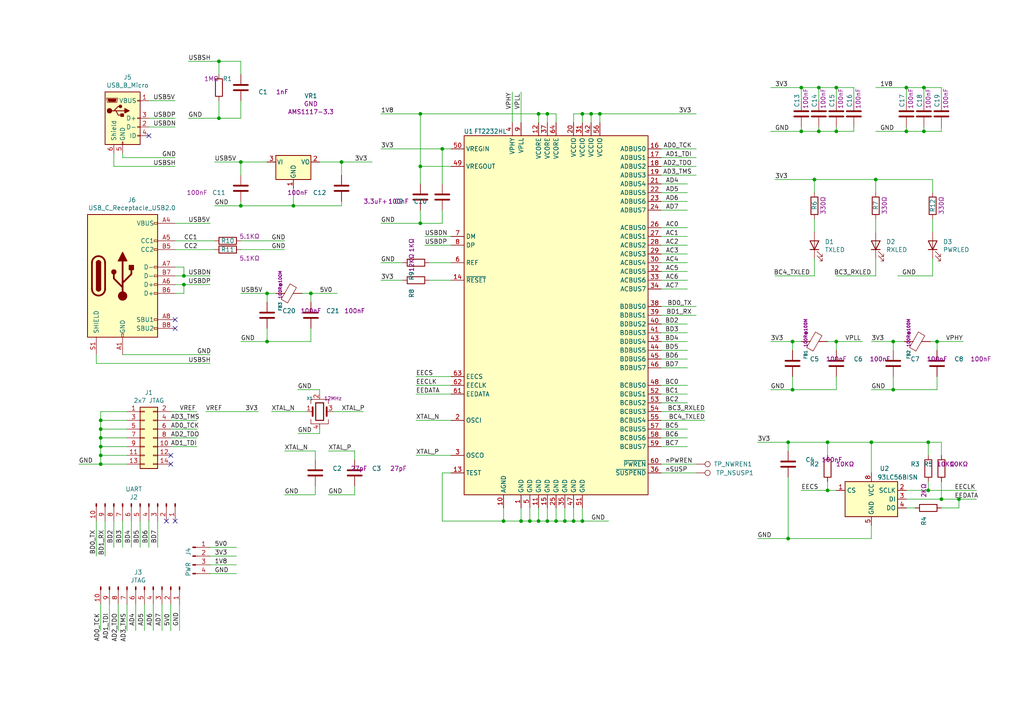
<source format=kicad_sch>
(kicad_sch (version 20220622) (generator eeschema)
  (paper "A4")
  (junction (at 242.57 38.1))
  (junction (at 77.47 99.06))
  (junction (at 158.75 151.13))
  (junction (at 69.85 59.69))
  (junction (at 63.5 34.29))
  (junction (at 69.85 46.99))
  (junction (at 121.92 48.26))
  (junction (at 85.09 59.69))
  (junction (at 242.57 99.06))
  (junction (at 237.49 25.4))
  (junction (at 168.91 33.02))
  (junction (at 229.87 113.03))
  (junction (at 259.08 99.06))
  (junction (at 63.5 17.78))
  (junction (at 229.87 99.06))
  (junction (at 29.21 134.62))
  (junction (at 267.97 25.4))
  (junction (at 228.6 128.27))
  (junction (at 29.21 132.08))
  (junction (at 90.17 85.09))
  (junction (at 166.37 151.13))
  (junction (at 240.03 142.24))
  (junction (at 273.05 144.78))
  (junction (at 232.41 38.1))
  (junction (at 254 52.07))
  (junction (at 163.83 151.13))
  (junction (at 121.92 33.02))
  (junction (at 271.78 99.06))
  (junction (at 252.73 128.27))
  (junction (at 232.41 25.4))
  (junction (at 262.89 25.4))
  (junction (at 171.45 33.02))
  (junction (at 240.03 128.27))
  (junction (at 269.24 128.27))
  (junction (at 158.75 33.02))
  (junction (at 151.13 151.13))
  (junction (at 29.21 121.92))
  (junction (at 267.97 38.1))
  (junction (at 173.99 33.02))
  (junction (at 128.27 43.18))
  (junction (at 53.34 80.01))
  (junction (at 236.22 52.07))
  (junction (at 29.21 127))
  (junction (at 146.05 151.13))
  (junction (at 53.34 82.55))
  (junction (at 242.57 25.4))
  (junction (at 29.21 129.54))
  (junction (at 29.21 124.46))
  (junction (at 278.13 144.78))
  (junction (at 153.67 151.13))
  (junction (at 237.49 38.1))
  (junction (at 156.21 151.13))
  (junction (at 168.91 151.13))
  (junction (at 156.21 33.02))
  (junction (at 99.06 46.99))
  (junction (at 228.6 156.21))
  (junction (at 269.24 142.24))
  (junction (at 262.89 38.1))
  (junction (at 259.08 113.03))
  (junction (at 161.29 151.13))
  (junction (at 121.92 64.77))
  (junction (at 77.47 85.09))
  (no_connect (at 50.8 92.71))
  (no_connect (at 50.8 95.25))
  (no_connect (at 49.53 132.08))
  (no_connect (at 49.53 134.62))
  (no_connect (at 43.18 39.37))
  (no_connect (at 48.26 151.13))
  (no_connect (at 50.8 151.13))
  (wire (pts (xy 158.75 151.13) (xy 156.21 151.13)))
  (wire (pts (xy 54.61 34.29) (xy 63.5 34.29)))
  (wire (pts (xy 199.39 58.42) (xy 191.77 58.42)))
  (wire (pts (xy 199.39 104.14) (xy 191.77 104.14)))
  (wire (pts (xy 247.65 38.1) (xy 247.65 36.83)))
  (wire (pts (xy 35.56 44.45) (xy 35.56 45.72)))
  (wire (pts (xy 49.53 124.46) (xy 57.15 124.46)))
  (wire (pts (xy 259.08 101.6) (xy 259.08 99.06)))
  (wire (pts (xy 121.92 48.26) (xy 121.92 33.02)))
  (wire (pts (xy 191.77 111.76) (xy 199.39 111.76)))
  (wire (pts (xy 45.72 151.13) (xy 45.72 158.75)))
  (wire (pts (xy 269.24 142.24) (xy 283.21 142.24)))
  (wire (pts (xy 191.77 48.26) (xy 201.93 48.26)))
  (wire (pts (xy 199.39 106.68) (xy 191.77 106.68)))
  (wire (pts (xy 252.73 152.4) (xy 252.73 156.21)))
  (wire (pts (xy 191.77 45.72) (xy 201.93 45.72)))
  (wire (pts (xy 36.83 127) (xy 29.21 127)))
  (wire (pts (xy 29.21 132.08) (xy 29.21 134.62)))
  (wire (pts (xy 130.81 68.58) (xy 123.19 68.58)))
  (wire (pts (xy 199.39 55.88) (xy 191.77 55.88)))
  (wire (pts (xy 259.08 113.03) (xy 271.78 113.03)))
  (wire (pts (xy 173.99 35.56) (xy 173.99 33.02)))
  (wire (pts (xy 110.49 64.77) (xy 121.92 64.77)))
  (wire (pts (xy 90.17 99.06) (xy 90.17 95.25)))
  (wire (pts (xy 69.85 85.09) (xy 77.47 85.09)))
  (wire (pts (xy 199.39 116.84) (xy 191.77 116.84)))
  (wire (pts (xy 259.08 113.03) (xy 259.08 109.22)))
  (wire (pts (xy 236.22 80.01) (xy 224.79 80.01)))
  (wire (pts (xy 156.21 147.32) (xy 156.21 151.13)))
  (wire (pts (xy 199.39 93.98) (xy 191.77 93.98)))
  (wire (pts (xy 63.5 17.78) (xy 69.85 17.78)))
  (wire (pts (xy 273.05 25.4) (xy 267.97 25.4)))
  (wire (pts (xy 229.87 113.03) (xy 242.57 113.03)))
  (wire (pts (xy 69.85 69.85) (xy 82.55 69.85)))
  (wire (pts (xy 33.02 151.13) (xy 33.02 158.75)))
  (wire (pts (xy 273.05 29.21) (xy 273.05 25.4)))
  (wire (pts (xy 219.71 156.21) (xy 228.6 156.21)))
  (wire (pts (xy 130.81 48.26) (xy 121.92 48.26)))
  (wire (pts (xy 199.39 68.58) (xy 191.77 68.58)))
  (wire (pts (xy 254 52.07) (xy 270.51 52.07)))
  (wire (pts (xy 199.39 60.96) (xy 191.77 60.96)))
  (wire (pts (xy 236.22 63.5) (xy 236.22 67.31)))
  (wire (pts (xy 63.5 34.29) (xy 69.85 34.29)))
  (wire (pts (xy 228.6 128.27) (xy 240.03 128.27)))
  (wire (pts (xy 43.18 29.21) (xy 50.8 29.21)))
  (wire (pts (xy 228.6 156.21) (xy 252.73 156.21)))
  (wire (pts (xy 90.17 87.63) (xy 90.17 85.09)))
  (wire (pts (xy 156.21 33.02) (xy 156.21 35.56)))
  (wire (pts (xy 236.22 74.93) (xy 236.22 80.01)))
  (wire (pts (xy 191.77 91.44) (xy 201.93 91.44)))
  (wire (pts (xy 166.37 33.02) (xy 168.91 33.02)))
  (wire (pts (xy 85.09 59.69) (xy 99.06 59.69)))
  (wire (pts (xy 50.8 77.47) (xy 53.34 77.47)))
  (wire (pts (xy 156.21 33.02) (xy 121.92 33.02)))
  (wire (pts (xy 262.89 144.78) (xy 273.05 144.78)))
  (wire (pts (xy 62.23 59.69) (xy 69.85 59.69)))
  (wire (pts (xy 262.89 142.24) (xy 269.24 142.24)))
  (wire (pts (xy 29.21 121.92) (xy 29.21 124.46)))
  (wire (pts (xy 166.37 35.56) (xy 166.37 33.02)))
  (wire (pts (xy 242.57 99.06) (xy 250.19 99.06)))
  (wire (pts (xy 110.49 81.28) (xy 116.84 81.28)))
  (wire (pts (xy 69.85 34.29) (xy 69.85 29.21)))
  (wire (pts (xy 153.67 151.13) (xy 151.13 151.13)))
  (wire (pts (xy 156.21 151.13) (xy 153.67 151.13)))
  (wire (pts (xy 50.8 69.85) (xy 62.23 69.85)))
  (wire (pts (xy 242.57 101.6) (xy 242.57 99.06)))
  (wire (pts (xy 151.13 147.32) (xy 151.13 151.13)))
  (wire (pts (xy 269.24 139.7) (xy 269.24 142.24)))
  (wire (pts (xy 161.29 35.56) (xy 161.29 33.02)))
  (wire (pts (xy 38.1 151.13) (xy 38.1 158.75)))
  (wire (pts (xy 252.73 128.27) (xy 252.73 137.16)))
  (wire (pts (xy 53.34 82.55) (xy 60.96 82.55)))
  (wire (pts (xy 229.87 99.06) (xy 232.41 99.06)))
  (wire (pts (xy 228.6 138.43) (xy 228.6 156.21)))
  (wire (pts (xy 191.77 114.3) (xy 199.39 114.3)))
  (wire (pts (xy 95.25 130.81) (xy 102.87 130.81)))
  (wire (pts (xy 99.06 46.99) (xy 107.95 46.99)))
  (wire (pts (xy 171.45 33.02) (xy 173.99 33.02)))
  (wire (pts (xy 262.89 25.4) (xy 262.89 29.21)))
  (wire (pts (xy 273.05 38.1) (xy 273.05 36.83)))
  (wire (pts (xy 278.13 147.32) (xy 278.13 144.78)))
  (wire (pts (xy 63.5 17.78) (xy 63.5 21.59)))
  (wire (pts (xy 49.53 129.54) (xy 57.15 129.54)))
  (wire (pts (xy 240.03 99.06) (xy 242.57 99.06)))
  (wire (pts (xy 110.49 43.18) (xy 128.27 43.18)))
  (wire (pts (xy 36.83 124.46) (xy 29.21 124.46)))
  (wire (pts (xy 49.53 127) (xy 57.15 127)))
  (wire (pts (xy 36.83 175.26) (xy 36.83 182.88)))
  (wire (pts (xy 158.75 147.32) (xy 158.75 151.13)))
  (wire (pts (xy 82.55 143.51) (xy 91.44 143.51)))
  (wire (pts (xy 50.8 85.09) (xy 53.34 85.09)))
  (wire (pts (xy 130.81 43.18) (xy 128.27 43.18)))
  (wire (pts (xy 269.24 128.27) (xy 273.05 128.27)))
  (wire (pts (xy 273.05 139.7) (xy 273.05 144.78)))
  (wire (pts (xy 87.63 85.09) (xy 90.17 85.09)))
  (wire (pts (xy 242.57 80.01) (xy 254 80.01)))
  (wire (pts (xy 53.34 82.55) (xy 50.8 82.55)))
  (wire (pts (xy 35.56 45.72) (xy 50.8 45.72)))
  (wire (pts (xy 237.49 38.1) (xy 242.57 38.1)))
  (wire (pts (xy 271.78 101.6) (xy 271.78 99.06)))
  (wire (pts (xy 53.34 77.47) (xy 53.34 80.01)))
  (wire (pts (xy 260.35 80.01) (xy 270.51 80.01)))
  (wire (pts (xy 53.34 80.01) (xy 60.96 80.01)))
  (wire (pts (xy 199.39 99.06) (xy 191.77 99.06)))
  (wire (pts (xy 60.96 158.75) (xy 68.58 158.75)))
  (wire (pts (xy 46.99 175.26) (xy 46.99 182.88)))
  (wire (pts (xy 43.18 151.13) (xy 43.18 158.75)))
  (wire (pts (xy 240.03 142.24) (xy 232.41 142.24)))
  (wire (pts (xy 171.45 35.56) (xy 171.45 33.02)))
  (wire (pts (xy 95.25 143.51) (xy 102.87 143.51)))
  (wire (pts (xy 273.05 144.78) (xy 278.13 144.78)))
  (wire (pts (xy 252.73 99.06) (xy 259.08 99.06)))
  (wire (pts (xy 29.21 127) (xy 29.21 129.54)))
  (wire (pts (xy 232.41 38.1) (xy 237.49 38.1)))
  (wire (pts (xy 33.02 48.26) (xy 50.8 48.26)))
  (wire (pts (xy 29.21 124.46) (xy 29.21 127)))
  (wire (pts (xy 237.49 38.1) (xy 237.49 36.83)))
  (wire (pts (xy 219.71 128.27) (xy 228.6 128.27)))
  (wire (pts (xy 252.73 113.03) (xy 259.08 113.03)))
  (wire (pts (xy 29.21 121.92) (xy 29.21 119.38)))
  (wire (pts (xy 228.6 130.81) (xy 228.6 128.27)))
  (wire (pts (xy 254 38.1) (xy 262.89 38.1)))
  (wire (pts (xy 128.27 60.96) (xy 128.27 64.77)))
  (wire (pts (xy 240.03 128.27) (xy 252.73 128.27)))
  (wire (pts (xy 161.29 33.02) (xy 158.75 33.02)))
  (wire (pts (xy 34.29 175.26) (xy 34.29 182.88)))
  (wire (pts (xy 199.39 71.12) (xy 191.77 71.12)))
  (wire (pts (xy 99.06 59.69) (xy 99.06 58.42)))
  (wire (pts (xy 191.77 66.04) (xy 199.39 66.04)))
  (wire (pts (xy 22.86 134.62) (xy 29.21 134.62)))
  (wire (pts (xy 29.21 175.26) (xy 29.21 182.88)))
  (wire (pts (xy 69.85 99.06) (xy 77.47 99.06)))
  (wire (pts (xy 96.52 119.38) (xy 105.41 119.38)))
  (wire (pts (xy 60.96 166.37) (xy 68.58 166.37)))
  (wire (pts (xy 60.96 163.83) (xy 68.58 163.83)))
  (wire (pts (xy 236.22 52.07) (xy 236.22 55.88)))
  (wire (pts (xy 229.87 101.6) (xy 229.87 99.06)))
  (wire (pts (xy 49.53 119.38) (xy 57.15 119.38)))
  (wire (pts (xy 254 63.5) (xy 254 67.31)))
  (wire (pts (xy 224.79 52.07) (xy 236.22 52.07)))
  (wire (pts (xy 168.91 35.56) (xy 168.91 33.02)))
  (wire (pts (xy 36.83 119.38) (xy 29.21 119.38)))
  (wire (pts (xy 77.47 85.09) (xy 80.01 85.09)))
  (wire (pts (xy 236.22 52.07) (xy 254 52.07)))
  (wire (pts (xy 121.92 60.96) (xy 121.92 64.77)))
  (wire (pts (xy 267.97 38.1) (xy 273.05 38.1)))
  (wire (pts (xy 199.39 83.82) (xy 191.77 83.82)))
  (wire (pts (xy 36.83 121.92) (xy 29.21 121.92)))
  (wire (pts (xy 27.94 105.41) (xy 60.96 105.41)))
  (wire (pts (xy 69.85 72.39) (xy 82.55 72.39)))
  (wire (pts (xy 271.78 113.03) (xy 271.78 109.22)))
  (wire (pts (xy 110.49 76.2) (xy 116.84 76.2)))
  (wire (pts (xy 88.9 119.38) (xy 78.74 119.38)))
  (wire (pts (xy 92.71 114.3) (xy 92.71 113.03)))
  (wire (pts (xy 168.91 151.13) (xy 166.37 151.13)))
  (wire (pts (xy 199.39 81.28) (xy 191.77 81.28)))
  (wire (pts (xy 232.41 25.4) (xy 232.41 29.21)))
  (wire (pts (xy 267.97 29.21) (xy 267.97 25.4)))
  (wire (pts (xy 92.71 125.73) (xy 86.36 125.73)))
  (wire (pts (xy 199.39 129.54) (xy 191.77 129.54)))
  (wire (pts (xy 270.51 52.07) (xy 270.51 55.88)))
  (wire (pts (xy 166.37 151.13) (xy 163.83 151.13)))
  (wire (pts (xy 124.46 81.28) (xy 130.81 81.28)))
  (wire (pts (xy 242.57 29.21) (xy 242.57 25.4)))
  (wire (pts (xy 232.41 25.4) (xy 223.52 25.4)))
  (wire (pts (xy 50.8 64.77) (xy 60.96 64.77)))
  (wire (pts (xy 199.39 127) (xy 191.77 127)))
  (wire (pts (xy 30.48 151.13) (xy 30.48 161.29)))
  (wire (pts (xy 223.52 113.03) (xy 229.87 113.03)))
  (wire (pts (xy 269.875 99.06) (xy 271.78 99.06)))
  (wire (pts (xy 130.81 71.12) (xy 123.19 71.12)))
  (wire (pts (xy 270.51 63.5) (xy 270.51 67.31)))
  (wire (pts (xy 92.71 124.46) (xy 92.71 125.73)))
  (wire (pts (xy 254 52.07) (xy 254 55.88)))
  (wire (pts (xy 92.71 113.03) (xy 86.36 113.03)))
  (wire (pts (xy 120.65 109.22) (xy 130.81 109.22)))
  (wire (pts (xy 271.78 99.06) (xy 279.4 99.06)))
  (wire (pts (xy 151.13 26.67) (xy 151.13 35.56)))
  (wire (pts (xy 39.37 175.26) (xy 39.37 182.88)))
  (wire (pts (xy 128.27 151.13) (xy 146.05 151.13)))
  (wire (pts (xy 128.27 43.18) (xy 128.27 53.34)))
  (wire (pts (xy 102.87 143.51) (xy 102.87 140.97)))
  (wire (pts (xy 35.56 102.87) (xy 60.96 102.87)))
  (wire (pts (xy 278.13 144.78) (xy 283.21 144.78)))
  (wire (pts (xy 199.39 124.46) (xy 191.77 124.46)))
  (wire (pts (xy 240.03 139.7) (xy 240.03 142.24)))
  (wire (pts (xy 262.89 147.32) (xy 265.43 147.32)))
  (wire (pts (xy 130.81 137.16) (xy 128.27 137.16)))
  (wire (pts (xy 163.83 151.13) (xy 161.29 151.13)))
  (wire (pts (xy 262.89 38.1) (xy 262.89 36.83)))
  (wire (pts (xy 262.89 25.4) (xy 254 25.4)))
  (wire (pts (xy 29.21 129.54) (xy 29.21 132.08)))
  (wire (pts (xy 254 74.93) (xy 254 80.01)))
  (wire (pts (xy 229.87 113.03) (xy 229.87 109.22)))
  (wire (pts (xy 85.09 59.69) (xy 69.85 59.69)))
  (wire (pts (xy 146.05 151.13) (xy 151.13 151.13)))
  (wire (pts (xy 99.06 50.8) (xy 99.06 46.99)))
  (wire (pts (xy 60.96 161.29) (xy 68.58 161.29)))
  (wire (pts (xy 69.85 17.78) (xy 69.85 21.59)))
  (wire (pts (xy 91.44 130.81) (xy 91.44 133.35)))
  (wire (pts (xy 35.56 151.13) (xy 35.56 158.75)))
  (wire (pts (xy 267.97 25.4) (xy 262.89 25.4)))
  (wire (pts (xy 163.83 147.32) (xy 163.83 151.13)))
  (wire (pts (xy 92.71 46.99) (xy 99.06 46.99)))
  (wire (pts (xy 242.57 25.4) (xy 237.49 25.4)))
  (wire (pts (xy 31.75 175.26) (xy 31.75 182.88)))
  (wire (pts (xy 199.39 101.6) (xy 191.77 101.6)))
  (wire (pts (xy 120.65 114.3) (xy 130.81 114.3)))
  (wire (pts (xy 173.99 33.02) (xy 201.93 33.02)))
  (wire (pts (xy 44.45 175.26) (xy 44.45 182.88)))
  (wire (pts (xy 242.57 38.1) (xy 247.65 38.1)))
  (wire (pts (xy 247.65 29.21) (xy 247.65 25.4)))
  (wire (pts (xy 77.47 99.06) (xy 77.47 95.25)))
  (wire (pts (xy 273.05 147.32) (xy 278.13 147.32)))
  (wire (pts (xy 158.75 33.02) (xy 156.21 33.02)))
  (wire (pts (xy 52.07 175.26) (xy 52.07 182.88)))
  (wire (pts (xy 237.49 29.21) (xy 237.49 25.4)))
  (wire (pts (xy 259.08 99.06) (xy 262.255 99.06)))
  (wire (pts (xy 69.85 50.8) (xy 69.85 46.99)))
  (wire (pts (xy 69.85 58.42) (xy 69.85 59.69)))
  (wire (pts (xy 91.44 140.97) (xy 91.44 143.51)))
  (wire (pts (xy 191.77 134.62) (xy 201.93 134.62)))
  (wire (pts (xy 121.92 33.02) (xy 110.49 33.02)))
  (wire (pts (xy 158.75 35.56) (xy 158.75 33.02)))
  (wire (pts (xy 168.91 33.02) (xy 171.45 33.02)))
  (wire (pts (xy 59.69 119.38) (xy 74.93 119.38)))
  (wire (pts (xy 121.92 53.34) (xy 121.92 48.26)))
  (wire (pts (xy 146.05 147.32) (xy 146.05 151.13)))
  (wire (pts (xy 33.02 44.45) (xy 33.02 48.26)))
  (wire (pts (xy 242.57 38.1) (xy 242.57 36.83)))
  (wire (pts (xy 191.77 121.92) (xy 204.47 121.92)))
  (wire (pts (xy 53.34 80.01) (xy 50.8 80.01)))
  (wire (pts (xy 120.65 121.92) (xy 130.81 121.92)))
  (wire (pts (xy 62.23 46.99) (xy 69.85 46.99)))
  (wire (pts (xy 161.29 147.32) (xy 161.29 151.13)))
  (wire (pts (xy 191.77 119.38) (xy 204.47 119.38)))
  (wire (pts (xy 153.67 147.32) (xy 153.67 151.13)))
  (wire (pts (xy 199.39 73.66) (xy 191.77 73.66)))
  (wire (pts (xy 49.53 175.26) (xy 49.53 182.88)))
  (wire (pts (xy 270.51 74.93) (xy 270.51 80.01)))
  (wire (pts (xy 43.18 34.29) (xy 50.8 34.29)))
  (wire (pts (xy 242.57 113.03) (xy 242.57 109.22)))
  (wire (pts (xy 27.94 151.13) (xy 27.94 161.29)))
  (wire (pts (xy 124.46 76.2) (xy 130.81 76.2)))
  (wire (pts (xy 223.52 38.1) (xy 232.41 38.1)))
  (wire (pts (xy 54.61 17.78) (xy 63.5 17.78)))
  (wire (pts (xy 191.77 137.16) (xy 201.93 137.16)))
  (wire (pts (xy 77.47 87.63) (xy 77.47 85.09)))
  (wire (pts (xy 102.87 130.81) (xy 102.87 133.35)))
  (wire (pts (xy 199.39 96.52) (xy 191.77 96.52)))
  (wire (pts (xy 240.03 132.08) (xy 240.03 128.27)))
  (wire (pts (xy 269.24 132.08) (xy 269.24 128.27)))
  (wire (pts (xy 247.65 25.4) (xy 242.57 25.4)))
  (wire (pts (xy 262.89 38.1) (xy 267.97 38.1)))
  (wire (pts (xy 161.29 151.13) (xy 158.75 151.13)))
  (wire (pts (xy 148.59 26.67) (xy 148.59 35.56)))
  (wire (pts (xy 40.64 151.13) (xy 40.64 158.75)))
  (wire (pts (xy 199.39 76.2) (xy 191.77 76.2)))
  (wire (pts (xy 223.52 99.06) (xy 229.87 99.06)))
  (wire (pts (xy 82.55 130.81) (xy 91.44 130.81)))
  (wire (pts (xy 90.17 85.09) (xy 97.79 85.09)))
  (wire (pts (xy 267.97 38.1) (xy 267.97 36.83)))
  (wire (pts (xy 232.41 38.1) (xy 232.41 36.83)))
  (wire (pts (xy 128.27 137.16) (xy 128.27 151.13)))
  (wire (pts (xy 191.77 50.8) (xy 201.93 50.8)))
  (wire (pts (xy 199.39 78.74) (xy 191.77 78.74)))
  (wire (pts (xy 77.47 99.06) (xy 90.17 99.06)))
  (wire (pts (xy 50.8 72.39) (xy 62.23 72.39)))
  (wire (pts (xy 27.94 102.87) (xy 27.94 105.41)))
  (wire (pts (xy 120.65 132.08) (xy 130.81 132.08)))
  (wire (pts (xy 69.85 46.99) (xy 77.47 46.99)))
  (wire (pts (xy 168.91 151.13) (xy 176.53 151.13)))
  (wire (pts (xy 242.57 142.24) (xy 240.03 142.24)))
  (wire (pts (xy 41.91 175.26) (xy 41.91 182.88)))
  (wire (pts (xy 49.53 121.92) (xy 57.15 121.92)))
  (wire (pts (xy 85.09 54.61) (xy 85.09 59.69)))
  (wire (pts (xy 36.83 134.62) (xy 29.21 134.62)))
  (wire (pts (xy 43.18 36.83) (xy 50.8 36.83)))
  (wire (pts (xy 121.92 64.77) (xy 128.27 64.77)))
  (wire (pts (xy 252.73 128.27) (xy 269.24 128.27)))
  (wire (pts (xy 63.5 29.21) (xy 63.5 34.29)))
  (wire (pts (xy 168.91 147.32) (xy 168.91 151.13)))
  (wire (pts (xy 53.34 85.09) (xy 53.34 82.55)))
  (wire (pts (xy 120.65 111.76) (xy 130.81 111.76)))
  (wire (pts (xy 36.83 132.08) (xy 29.21 132.08)))
  (wire (pts (xy 273.05 128.27) (xy 273.05 132.08)))
  (wire (pts (xy 199.39 53.34) (xy 191.77 53.34)))
  (wire (pts (xy 191.77 43.18) (xy 201.93 43.18)))
  (wire (pts (xy 36.83 129.54) (xy 29.21 129.54)))
  (wire (pts (xy 191.77 88.9) (xy 201.93 88.9)))
  (wire (pts (xy 237.49 25.4) (xy 232.41 25.4)))
  (wire (pts (xy 166.37 147.32) (xy 166.37 151.13)))
  (label "BD3" (at 196.85 96.52 180))
  (label "USBSH" (at 44.45 48.26 0))
  (label "USB5V" (at 54.61 64.77 0))
  (label "3V3" (at 196.85 33.02 0))
  (label "AD0_TCK" (at 200.66 43.18 180))
  (label "USBDP" (at 54.61 82.55 0))
  (label "GND" (at 171.45 151.13 0))
  (label "EECS" (at 120.65 109.22 0))
  (label "USBDP" (at 123.19 71.12 0))
  (label "USBDN" (at 123.19 68.58 0))
  (label "BD0_TX" (at 200.66 88.9 180))
  (label "nPWREN" (at 193.04 134.62 0))
  (label "GND" (at 86.36 113.03 0))
  (label "GND" (at 62.23 166.37 0))
  (label "USBDP" (at 44.45 34.29 0))
  (label "GND" (at 54.61 34.29 0))
  (label "GND" (at 62.23 59.69 0))
  (label "VPLL" (at 151.13 31.75 90))
  (label "3V3" (at 252.73 99.06 0))
  (label "GND" (at 52.07 181.61 90))
  (label "BD4" (at 38.1 153.67 270))
  (label "GND" (at 22.86 134.62 0))
  (label "GND" (at 82.55 143.51 0))
  (label "3V3" (at 102.87 46.99 0))
  (label "5V0" (at 62.23 158.75 0))
  (label "BC6" (at 196.85 127 180))
  (label "USB5V" (at 69.85 85.09 0))
  (label "3V3" (at 110.49 81.28 0))
  (label "GND" (at 69.85 99.06 0))
  (label "EEDATA" (at 120.65 114.3 0))
  (label "AD7" (at 196.85 60.96 180))
  (label "BD5" (at 40.64 153.67 270))
  (label "VREF" (at 52.07 119.38 0))
  (label "BC2" (at 196.85 116.84 180))
  (label "BD4" (at 196.85 99.06 180))
  (label "GND" (at 78.74 72.39 0))
  (label "XTAL_N" (at 82.55 130.81 0))
  (label "GND" (at 219.71 156.21 0))
  (label "CC2" (at 53.34 72.39 0))
  (label "XTAL_N" (at 78.74 119.38 0))
  (label "BD1_RX" (at 200.66 91.44 180))
  (label "AD3_TMS" (at 36.83 177.8 270))
  (label "AC6" (at 196.85 81.28 180))
  (label "nSUSP" (at 193.04 137.16 0))
  (label "1V8" (at 255.27 25.4 0))
  (label "USB5V" (at 44.45 29.21 0))
  (label "VPHY" (at 148.59 31.75 90))
  (label "AD5" (at 196.85 55.88 180))
  (label "BD7" (at 45.72 153.67 270))
  (label "BD2" (at 33.02 153.67 270))
  (label "5V0" (at 92.71 85.09 0))
  (label "AD4" (at 39.37 177.8 270))
  (label "GND" (at 46.99 45.72 0))
  (label "3V3" (at 224.79 52.07 0))
  (label "USBSH" (at 54.61 105.41 0))
  (label "BC7" (at 196.85 129.54 180))
  (label "AD1_TDI" (at 49.53 129.54 0))
  (label "BD7" (at 196.85 106.68 180))
  (label "GND" (at 95.25 143.51 0))
  (label "1V8" (at 62.23 163.83 0))
  (label "3V3" (at 110.49 43.18 0))
  (label "3V3" (at 62.23 161.29 0))
  (label "AC4" (at 196.85 76.2 180))
  (label "AD2_TDO" (at 49.53 127 0))
  (label "GND" (at 110.49 64.77 0))
  (label "GND" (at 261.62 80.01 0))
  (label "AC5" (at 196.85 78.74 180))
  (label "AD6" (at 196.85 58.42 180))
  (label "XTAL_P" (at 99.06 119.38 0))
  (label "XTAL_N" (at 120.65 121.92 0))
  (label "GND" (at 86.36 125.73 0))
  (label "VREF" (at 59.69 119.38 0))
  (label "GND" (at 223.52 113.03 0))
  (label "AD1_TDI" (at 31.75 177.8 270))
  (label "3V3" (at 71.12 119.38 0))
  (label "USBDN" (at 44.45 36.83 0))
  (label "BD6" (at 43.18 153.67 270))
  (label "3V3" (at 224.79 25.4 0))
  (label "GND" (at 110.49 76.2 0))
  (label "BC0" (at 196.85 111.76 180))
  (label "GND" (at 57.15 102.87 0))
  (label "BC4_TXLED" (at 234.95 80.01 180))
  (label "USBSH" (at 54.61 17.78 0))
  (label "1V8" (at 110.49 33.02 0))
  (label "AC2" (at 196.85 71.12 180))
  (label "AD4" (at 196.85 53.34 180))
  (label "BC3_RXLED" (at 204.47 119.38 180))
  (label "AC7" (at 196.85 83.82 180))
  (label "5V0" (at 49.53 181.61 90))
  (label "AD3_TMS" (at 49.53 121.92 0))
  (label "CC1" (at 53.34 69.85 0))
  (label "AC0" (at 196.85 66.04 180))
  (label "EECLK" (at 276.86 142.24 0))
  (label "AD7" (at 46.99 177.8 270))
  (label "AD5" (at 41.91 177.8 270))
  (label "EEDATA" (at 276.86 144.78 0))
  (label "BC3_RXLED" (at 252.73 80.01 180))
  (label "BD6" (at 196.85 104.14 180))
  (label "AC1" (at 196.85 68.58 180))
  (label "BC4_TXLED" (at 204.47 121.92 180))
  (label "3V3" (at 219.71 128.27 0))
  (label "GND" (at 255.27 38.1 0))
  (label "GND" (at 252.73 113.03 0))
  (label "VPHY" (at 274.32 99.06 0))
  (label "USBDN" (at 54.61 80.01 0))
  (label "XTAL_P" (at 120.65 132.08 0))
  (label "BC5" (at 196.85 124.46 180))
  (label "EECLK" (at 120.65 111.76 0))
  (label "3V3" (at 223.52 99.06 0))
  (label "VPLL" (at 245.11 99.06 0))
  (label "AD0_TCK" (at 49.53 124.46 0))
  (label "BD5" (at 196.85 101.6 180))
  (label "EECS" (at 232.41 142.24 0))
  (label "AD2_TDO" (at 34.29 177.8 270))
  (label "AD2_TDO" (at 200.66 48.26 180))
  (label "BD1_RX" (at 30.48 153.67 270))
  (label "AD1_TDI" (at 200.66 45.72 180))
  (label "AD0_TCK" (at 29.21 177.8 270))
  (label "BD0_TX" (at 27.94 153.67 270))
  (label "BD3" (at 35.56 153.67 270))
  (label "GND" (at 78.74 69.85 0))
  (label "BD2" (at 196.85 93.98 180))
  (label "AD3_TMS" (at 200.66 50.8 180))
  (label "XTAL_P" (at 95.25 130.81 0))
  (label "GND" (at 224.79 38.1 0))
  (label "BC1" (at 196.85 114.3 180))
  (label "USB5V" (at 62.23 46.99 0))
  (label "AC3" (at 196.85 73.66 180))
  (label "AD6" (at 44.45 177.8 270))
  (symbol (lib_id "Interface_USB:FT2232HL") (at 161.29 91.44 0) (unit 1)
    (default_instance (reference "U") (unit 1) (value "") (footprint ""))
    (property "Reference" "U1" (at 135.89 38.1 0))
    (property "Value" "FT2232HL" (at 142.24 38.1 0))
    (property "Datasheet" "https://www.ftdichip.com/Support/Documents/DataSheets/ICs/DS_FT2232H.pdf" (effects hide))
  )
  (symbol (lib_id "Connector_Generic:Conn_02x07_Odd_Even") (at 41.91 127 0) (unit 1)
    (default_instance (reference "U") (unit 1) (value "") (footprint ""))
    (property "Reference" "J1" (at 43.18 113.8682 0))
    (property "Value" "2x7 JTAG" (at 43.18 116.1796 0))
  )
  (symbol (lib_id "Device:R") (at 63.5 25.4 0) (unit 1)
    (default_instance (reference "U") (unit 1) (value "") (footprint ""))
    (property "Reference" "R1" (at 67.31 22.86 0) (effects (justify right)))
    (property "Value" "0805_1MΩ__1004_1%" (effects hide))
    (property "Footprint" "Resistor_SMD:R_0603_1608Metric" (effects hide))
    (property "description" "贴片电阻" (effects hide))
    (property "ComponentLink1Description" "供应商链接" (effects hide))
    (property "Package" "0805" (effects hide))
    (property "Supplier" "LC" (effects hide))
    (property "SuppliersPartNumber" "C17514" (effects hide))
    (property "Comment" "1MΩ" (at 63.5 22.86 0) (effects (justify right)))
  )
  (symbol (lib_id "Device:C") (at 69.85 25.4 0) (unit 1)
    (default_instance (reference "U") (unit 1) (value "") (footprint ""))
    (property "Reference" "C1" (at 74.93 26.67 0) (effects (justify left)))
    (property "Value" "0805_1nF__102_10%_50V" (effects hide))
    (property "Footprint" "Capacitor_SMD:C_0603_1608Metric" (effects hide))
    (property "description" "贴片电容" (effects hide))
    (property "ComponentLink1Description" "供应商链接" (effects hide))
    (property "Package" "0805" (effects hide))
    (property "Supplier" "LC" (effects hide))
    (property "SuppliersPartNumber" "C51210" (effects hide))
    (property "Comment" "1nF" (at 80.01 26.67 0) (effects (justify left)))
  )
  (symbol (lib_id "Connector:Conn_01x04_Male") (at 55.88 161.29 0) (unit 1)
    (default_instance (reference "U") (unit 1) (value "") (footprint ""))
    (property "Reference" "J4" (at 54.61 160.02 90))
    (property "Value" "PWR" (at 54.61 165.1 90))
  )
  (symbol (lib_id "Connector:USB_B_Micro") (at 35.56 34.29 0) (unit 1)
    (default_instance (reference "U") (unit 1) (value "") (footprint ""))
    (property "Reference" "J5" (at 37.0078 22.4282 0))
    (property "Value" "USB_B_Micro" (at 37.0078 24.7396 0))
  )
  (symbol (lib_id "Memory_EEPROM:93LCxxB") (at 252.73 144.78 0) (unit 1)
    (default_instance (reference "U") (unit 1) (value "") (footprint ""))
    (property "Reference" "U2" (at 256.54 135.89 0))
    (property "Value" "93LC56BISN" (at 260.35 138.43 0))
    (property "Datasheet" "http://ww1.microchip.com/downloads/en/DeviceDoc/20001749K.pdf" (effects hide))
  )
  (symbol (lib_id "Device:R") (at 270.51 59.69 180) (unit 1)
    (default_instance (reference "U") (unit 1) (value "") (footprint ""))
    (property "Reference" "R12" (at 270.51 61.595 90) (effects (justify right)))
    (property "Value" "0805_330Ω__3300_1%" (effects hide))
    (property "Footprint" "Resistor_SMD:R_0603_1608Metric" (effects hide))
    (property "description" "贴片电阻" (effects hide))
    (property "ComponentLink1Description" "供应商链接" (effects hide))
    (property "Package" "0805" (effects hide))
    (property "Supplier" "LC" (effects hide))
    (property "SuppliersPartNumber" "C17630" (effects hide))
    (property "Comment" "330Ω" (at 273.05 62.23 90) (effects (justify right)))
  )
  (symbol (lib_id "Connector:Conn_01x10_Male") (at 40.64 146.05 270) (unit 1)
    (default_instance (reference "U") (unit 1) (value "") (footprint ""))
    (property "Reference" "J2" (at 38.8112 144.1958 90))
    (property "Value" "UART" (at 38.8112 141.8844 90))
  )
  (symbol (lib_id "Connector:Conn_01x10_Male") (at 41.91 170.18 270) (unit 1)
    (default_instance (reference "U") (unit 1) (value "") (footprint ""))
    (property "Reference" "J3" (at 40.0812 165.989 90))
    (property "Value" "JTAG" (at 40.0812 168.3004 90))
  )
  (symbol (lib_id "Device:LED") (at 236.22 71.12 90) (unit 1)
    (default_instance (reference "U") (unit 1) (value "") (footprint ""))
    (property "Reference" "D1" (at 239.2172 70.1294 90) (effects (justify right)))
    (property "Value" "TXLED" (at 239.2172 72.4408 90) (effects (justify right)))
  )
  (symbol (lib_id "Device:LED") (at 254 71.12 90) (unit 1)
    (default_instance (reference "U") (unit 1) (value "") (footprint ""))
    (property "Reference" "D2" (at 256.9972 70.1294 90) (effects (justify right)))
    (property "Value" "RXLED" (at 256.9972 72.4408 90) (effects (justify right)))
  )
  (symbol (lib_id "Device:R") (at 240.03 135.89 0) (unit 1)
    (default_instance (reference "U") (unit 1) (value "") (footprint ""))
    (property "Reference" "R2" (at 236.22 134.62 0))
    (property "Value" "1206_10KΩ__1002_1%" (effects hide))
    (property "Footprint" "Resistor_SMD:R_0603_1608Metric" (effects hide))
    (property "description" "贴片电阻" (effects hide))
    (property "ComponentLink1Description" "供应商链接" (effects hide))
    (property "Package" "1206" (effects hide))
    (property "Supplier" "LC" (effects hide))
    (property "SuppliersPartNumber" "C17902" (effects hide))
    (property "Comment" "10KΩ" (at 245.11 134.62 0))
  )
  (symbol (lib_id "Device:LED") (at 270.51 71.12 90) (unit 1)
    (default_instance (reference "U") (unit 1) (value "") (footprint ""))
    (property "Reference" "D3" (at 273.5072 70.1294 90) (effects (justify right)))
    (property "Value" "PWRLED" (at 273.5072 72.4408 90) (effects (justify right)))
  )
  (symbol (lib_id "Device:R") (at 269.24 135.89 0) (unit 1)
    (default_instance (reference "U") (unit 1) (value "") (footprint ""))
    (property "Reference" "R3" (at 265.43 134.62 0))
    (property "Value" "1206_10KΩ__1002_1%" (effects hide))
    (property "Footprint" "Resistor_SMD:R_0603_1608Metric" (effects hide))
    (property "description" "贴片电阻" (effects hide))
    (property "ComponentLink1Description" "供应商链接" (effects hide))
    (property "Package" "1206" (effects hide))
    (property "Supplier" "LC" (effects hide))
    (property "SuppliersPartNumber" "C17902" (effects hide))
    (property "Comment" "10KΩ" (at 274.32 134.62 0))
  )
  (symbol (lib_id "Device:R") (at 273.05 135.89 0) (unit 1)
    (default_instance (reference "U") (unit 1) (value "") (footprint ""))
    (property "Reference" "R5" (at 269.24 134.62 0))
    (property "Value" "1206_10KΩ__1002_1%" (effects hide))
    (property "Footprint" "Resistor_SMD:R_0603_1608Metric" (effects hide))
    (property "description" "贴片电阻" (effects hide))
    (property "ComponentLink1Description" "供应商链接" (effects hide))
    (property "Package" "1206" (effects hide))
    (property "Supplier" "LC" (effects hide))
    (property "SuppliersPartNumber" "C17902" (effects hide))
    (property "Comment" "10KΩ" (at 278.13 134.62 0))
  )
  (symbol (lib_id "Device:R") (at 269.24 147.32 90) (unit 1)
    (default_instance (reference "U") (unit 1) (value "") (footprint ""))
    (property "Reference" "R4" (at 267.97 151.13 0))
    (property "Value" "1206_2KΩ__2001_1%" (effects hide))
    (property "Footprint" "Resistor_SMD:R_0603_1608Metric" (effects hide))
    (property "description" "贴片电阻" (effects hide))
    (property "ComponentLink1Description" "供应商链接" (effects hide))
    (property "Package" "1206" (effects hide))
    (property "Supplier" "LC" (effects hide))
    (property "SuppliersPartNumber" "C17944" (effects hide))
    (property "Comment" "2KΩ" (at 267.97 142.24 0))
  )
  (symbol (lib_id "Device:FerriteBead") (at 83.82 85.09 90) (unit 1)
    (default_instance (reference "U") (unit 1) (value "") (footprint ""))
    (property "Reference" "FB3" (at 81.28 88.9 0) (effects (font (size 0.889 0.889))))
    (property "Value" "FBEAD_SMD_BLM21PG221SN1D" (effects hide))
    (property "Footprint" "Inductor_SMD:L_0603_1608Metric" (effects hide))
    (property "description" "FERRITE_Bead, 0805, 2A, 50mOhm, 220@100MHz" (effects hide))
    (property "MANF" "MURATA" (effects hide))
    (property "PARAM" "220@100MHz" (effects hide))
    (property "PARAM2" "2A, 50mOhm" (effects hide))
    (property "MANF_P#" "BLM15AG121SN1D" (effects hide))
    (property "VALUE" "100R@100M" (at 81.28 82.55 0) (effects (font (size 0.889 0.889))))
  )
  (symbol (lib_id "Device:C") (at 77.47 91.44 0) (unit 1)
    (default_instance (reference "U") (unit 1) (value "") (footprint ""))
    (property "Reference" "C20" (at 83.82 90.17 0))
    (property "Value" "1206_100nF__104_10%_50V" (effects hide))
    (property "Footprint" "Capacitor_SMD:C_0603_1608Metric" (effects hide))
    (property "description" "贴片电容" (effects hide))
    (property "ComponentLink1Description" "供应商链接" (effects hide))
    (property "Package" "1206" (effects hide))
    (property "Supplier" "LC" (effects hide))
    (property "SuppliersPartNumber" "C24497" (effects hide))
    (property "Comment" "100nF" (at 90.17 90.17 0))
  )
  (symbol (lib_id "Device:C") (at 90.17 91.44 0) (unit 1)
    (default_instance (reference "U") (unit 1) (value "") (footprint ""))
    (property "Reference" "C21" (at 96.52 90.17 0))
    (property "Value" "1206_100nF__104_10%_50V" (effects hide))
    (property "Footprint" "Capacitor_SMD:C_0603_1608Metric" (effects hide))
    (property "description" "贴片电容" (effects hide))
    (property "ComponentLink1Description" "供应商链接" (effects hide))
    (property "Package" "1206" (effects hide))
    (property "Supplier" "LC" (effects hide))
    (property "SuppliersPartNumber" "C24497" (effects hide))
    (property "Comment" "100nF" (at 102.87 90.17 0))
  )
  (symbol (lib_id "Device:C") (at 228.6 134.62 0) (unit 1)
    (default_instance (reference "U") (unit 1) (value "") (footprint ""))
    (property "Reference" "C4" (at 234.95 133.35 0))
    (property "Value" "1206_100nF__104_10%_50V" (effects hide))
    (property "Footprint" "Capacitor_SMD:C_0603_1608Metric" (effects hide))
    (property "description" "贴片电容" (effects hide))
    (property "ComponentLink1Description" "供应商链接" (effects hide))
    (property "Package" "1206" (effects hide))
    (property "Supplier" "LC" (effects hide))
    (property "SuppliersPartNumber" "C24497" (effects hide))
    (property "Comment" "100nF" (at 241.3 133.35 0))
  )
  (symbol (lib_id "Connector:USB_C_Receptacle_USB2.0") (at 35.56 80.01 0) (unit 1)
    (default_instance (reference "U") (unit 1) (value "") (footprint ""))
    (property "Reference" "J6" (at 38.2778 57.9882 0))
    (property "Value" "USB_C_Receptacle_USB2.0" (at 38.2778 60.2996 0))
    (property "Datasheet" "https://www.usb.org/sites/default/files/documents/usb_type-c.zip" (effects hide))
  )
  (symbol (lib_id "Device:Crystal_GND24") (at 92.71 119.38 0) (unit 1)
    (default_instance (reference "U") (unit 1) (value "") (footprint ""))
    (property "Reference" "X1" (at 88.9 115.57 0) (effects (font (size 0.889 0.889)) (justify left)))
    (property "Value" "XTL_4_12MHz_3225" (effects hide))
    (property "Footprint" "Crystal:Crystal_SMD_3225-4Pin_3.2x2.5mm" (effects hide))
    (property "description" "Crystal 12MHz" (effects hide))
    (property "MANF" "ECS" (effects hide))
    (property "MANF_P#" "ECS-120-18-33-JEM-TR" (effects hide))
    (property "PARAM" "20PPM, 18pF" (effects hide))
    (property "PRICE" "0.5$" (effects hide))
    (property "VALUE" "12MHz" (at 93.98 115.57 0) (effects (font (size 1.016 1.016)) (justify left)))
  )
  (symbol (lib_id "Device:C") (at 102.87 137.16 0) (unit 1)
    (default_instance (reference "U") (unit 1) (value "") (footprint ""))
    (property "Reference" "C3" (at 109.22 135.89 0))
    (property "Value" "0805_27pF__270_5%_50V" (effects hide))
    (property "Footprint" "Capacitor_SMD:C_0603_1608Metric" (effects hide))
    (property "description" "贴片电容" (effects hide))
    (property "ComponentLink1Description" "供应商链接" (effects hide))
    (property "Package" "0805" (effects hide))
    (property "Supplier" "LC" (effects hide))
    (property "SuppliersPartNumber" "C8031" (effects hide))
    (property "Comment" "27pF" (at 115.57 135.89 0))
  )
  (symbol (lib_id "Device:C") (at 91.44 137.16 0) (unit 1)
    (default_instance (reference "U") (unit 1) (value "") (footprint ""))
    (property "Reference" "C2" (at 97.79 135.89 0))
    (property "Value" "0805_27pF__270_5%_50V" (effects hide))
    (property "Footprint" "Capacitor_SMD:C_0603_1608Metric" (effects hide))
    (property "description" "贴片电容" (effects hide))
    (property "ComponentLink1Description" "供应商链接" (effects hide))
    (property "Package" "0805" (effects hide))
    (property "Supplier" "LC" (effects hide))
    (property "SuppliersPartNumber" "C8031" (effects hide))
    (property "Comment" "27pF" (at 104.14 135.89 0))
  )
  (symbol (lib_id "Connector:TestPoint") (at 201.93 134.62 270) (unit 1)
    (default_instance (reference "U") (unit 1) (value "") (footprint ""))
    (property "Reference" "TP_NWREN1" (at 207.01 134.62 90) (effects (justify left)))
    (property "Value" "TESTPOINT_SMD_C1" (effects hide))
    (property "Footprint" "TestPoint:TestPoint_Pad_D1.0mm" (effects hide))
    (property "description" "TEST POINT" (effects hide))
    (property "MANF" "MANF" (effects hide))
    (property "MANF_P#" "MANF_P#" (effects hide))
    (property "VALUE" "VALUE" (effects hide))
    (property "Comment" "TESTPOINT_SMD_C1" (effects hide))
  )
  (symbol (lib_id "Connector:TestPoint") (at 201.93 137.16 270) (unit 1)
    (default_instance (reference "U") (unit 1) (value "") (footprint ""))
    (property "Reference" "TP_NSUSP1" (at 207.645 137.16 90) (effects (justify left)))
    (property "Value" "TESTPOINT_SMD_C1" (effects hide))
    (property "Footprint" "TestPoint:TestPoint_Pad_D1.0mm" (effects hide))
    (property "description" "TEST POINT" (effects hide))
    (property "MANF" "MANF" (effects hide))
    (property "MANF_P#" "MANF_P#" (effects hide))
    (property "VALUE" "VALUE" (effects hide))
    (property "Comment" "TESTPOINT_SMD_C1" (effects hide))
  )
  (symbol (lib_id "Device:FerriteBead") (at 236.22 99.06 90) (unit 1)
    (default_instance (reference "U") (unit 1) (value "") (footprint ""))
    (property "Reference" "FB1" (at 233.68 102.87 0) (effects (font (size 0.889 0.889))))
    (property "Value" "FBEAD_SMD_BLM21PG221SN1D" (effects hide))
    (property "Footprint" "Inductor_SMD:L_0603_1608Metric" (effects hide))
    (property "description" "FERRITE_Bead, 0805, 2A, 50mOhm, 220@100MHz" (effects hide))
    (property "MANF" "MURATA" (effects hide))
    (property "PARAM" "220@100MHz" (effects hide))
    (property "PARAM2" "2A, 50mOhm" (effects hide))
    (property "MANF_P#" "BLM15AG121SN1D" (effects hide))
    (property "VALUE" "100R@100M" (at 233.68 96.52 0) (effects (font (size 0.889 0.889))))
  )
  (symbol (lib_id "Device:C") (at 229.87 105.41 0) (unit 1)
    (default_instance (reference "U") (unit 1) (value "") (footprint ""))
    (property "Reference" "C5" (at 236.22 104.14 0))
    (property "Value" "1206_100nF__104_10%_50V" (effects hide))
    (property "Footprint" "Capacitor_SMD:C_0603_1608Metric" (effects hide))
    (property "description" "贴片电容" (effects hide))
    (property "ComponentLink1Description" "供应商链接" (effects hide))
    (property "Package" "1206" (effects hide))
    (property "Supplier" "LC" (effects hide))
    (property "SuppliersPartNumber" "C24497" (effects hide))
    (property "Comment" "100nF" (at 242.57 104.14 0))
  )
  (symbol (lib_id "Device:C") (at 242.57 105.41 0) (unit 1)
    (default_instance (reference "U") (unit 1) (value "") (footprint ""))
    (property "Reference" "C6" (at 248.92 104.14 0))
    (property "Value" "1206_100nF__104_10%_50V" (effects hide))
    (property "Footprint" "Capacitor_SMD:C_0603_1608Metric" (effects hide))
    (property "description" "贴片电容" (effects hide))
    (property "ComponentLink1Description" "供应商链接" (effects hide))
    (property "Package" "1206" (effects hide))
    (property "Supplier" "LC" (effects hide))
    (property "SuppliersPartNumber" "C24497" (effects hide))
    (property "Comment" "100nF" (at 255.27 104.14 0))
  )
  (symbol (lib_id "Device:FerriteBead") (at 266.065 99.06 90) (unit 1)
    (default_instance (reference "U") (unit 1) (value "") (footprint ""))
    (property "Reference" "FB2" (at 263.525 102.87 0) (effects (font (size 0.889 0.889))))
    (property "Value" "FBEAD_SMD_BLM21PG221SN1D" (effects hide))
    (property "Footprint" "Inductor_SMD:L_0603_1608Metric" (effects hide))
    (property "description" "FERRITE_Bead, 0805, 2A, 50mOhm, 220@100MHz" (effects hide))
    (property "MANF" "MURATA" (effects hide))
    (property "PARAM" "220@100MHz" (effects hide))
    (property "PARAM2" "2A, 50mOhm" (effects hide))
    (property "MANF_P#" "BLM15AG121SN1D" (effects hide))
    (property "VALUE" "100R@100M" (at 263.525 96.52 0) (effects (font (size 0.889 0.889))))
  )
  (symbol (lib_id "Device:C") (at 259.08 105.41 0) (unit 1)
    (default_instance (reference "U") (unit 1) (value "") (footprint ""))
    (property "Reference" "C7" (at 265.43 104.14 0))
    (property "Value" "1206_100nF__104_10%_50V" (effects hide))
    (property "Footprint" "Capacitor_SMD:C_0603_1608Metric" (effects hide))
    (property "description" "贴片电容" (effects hide))
    (property "ComponentLink1Description" "供应商链接" (effects hide))
    (property "Package" "1206" (effects hide))
    (property "Supplier" "LC" (effects hide))
    (property "SuppliersPartNumber" "C24497" (effects hide))
    (property "Comment" "100nF" (at 271.78 104.14 0))
  )
  (symbol (lib_id "Device:C") (at 271.78 105.41 0) (unit 1)
    (default_instance (reference "U") (unit 1) (value "") (footprint ""))
    (property "Reference" "C8" (at 278.13 104.14 0))
    (property "Value" "1206_100nF__104_10%_50V" (effects hide))
    (property "Footprint" "Capacitor_SMD:C_0603_1608Metric" (effects hide))
    (property "description" "贴片电容" (effects hide))
    (property "ComponentLink1Description" "供应商链接" (effects hide))
    (property "Package" "1206" (effects hide))
    (property "Supplier" "LC" (effects hide))
    (property "SuppliersPartNumber" "C24497" (effects hide))
    (property "Comment" "100nF" (at 284.48 104.14 0))
  )
  (symbol (lib_id "Device:R") (at 66.04 69.85 90) (unit 1)
    (default_instance (reference "U") (unit 1) (value "") (footprint ""))
    (property "Reference" "R10" (at 66.04 69.85 90))
    (property "Value" "0805_5.1KΩ__5101_1%" (effects hide))
    (property "Footprint" "Resistor_SMD:R_0603_1608Metric" (effects hide))
    (property "description" "贴片电阻" (effects hide))
    (property "ComponentLink1Description" "供应商链接" (effects hide))
    (property "Package" "0805" (effects hide))
    (property "Supplier" "LC" (effects hide))
    (property "SuppliersPartNumber" "C27834" (effects hide))
    (property "Comment" "5.1KΩ" (at 72.39 68.58 90))
  )
  (symbol (lib_id "Device:R") (at 66.04 72.39 90) (unit 1)
    (default_instance (reference "U") (unit 1) (value "") (footprint ""))
    (property "Reference" "R11" (at 66.04 72.39 90))
    (property "Value" "0805_5.1KΩ__5101_1%" (effects hide))
    (property "Footprint" "Resistor_SMD:R_0603_1608Metric" (effects hide))
    (property "description" "贴片电阻" (effects hide))
    (property "ComponentLink1Description" "供应商链接" (effects hide))
    (property "Package" "0805" (effects hide))
    (property "Supplier" "LC" (effects hide))
    (property "SuppliersPartNumber" "C27834" (effects hide))
    (property "Comment" "5.1KΩ" (at 72.39 74.93 90))
  )
  (symbol (lib_id "Device:C") (at 128.27 57.15 180) (unit 1)
    (default_instance (reference "U") (unit 1) (value "") (footprint ""))
    (property "Reference" "C10" (at 121.92 58.42 0))
    (property "Value" "1206_100nF__104_10%_50V" (effects hide))
    (property "Footprint" "Capacitor_SMD:C_0603_1608Metric" (effects hide))
    (property "description" "贴片电容" (effects hide))
    (property "ComponentLink1Description" "供应商链接" (effects hide))
    (property "Package" "1206" (effects hide))
    (property "Supplier" "LC" (effects hide))
    (property "SuppliersPartNumber" "C24497" (effects hide))
    (property "Comment" "100nF" (at 115.57 58.42 0))
  )
  (symbol (lib_id "Device:C") (at 121.92 57.15 180) (unit 1)
    (default_instance (reference "U") (unit 1) (value "") (footprint ""))
    (property "Reference" "C9" (at 114.3 58.42 0) (effects (justify right)))
    (property "Value" "0805_3.3nF__332_10%_50V" (effects hide))
    (property "Footprint" "Capacitor_SMD:C_0603_1608Metric" (effects hide))
    (property "description" "贴片电容" (effects hide))
    (property "ComponentLink1Description" "供应商链接" (effects hide))
    (property "Package" "0805" (effects hide))
    (property "Supplier" "LC" (effects hide))
    (property "SuppliersPartNumber" "C53175" (effects hide))
    (property "Comment" "3.3uF+" (at 105.41 58.42 0) (effects (justify right)))
  )
  (symbol (lib_id "Device:R") (at 236.22 59.69 180) (unit 1)
    (default_instance (reference "U") (unit 1) (value "") (footprint ""))
    (property "Reference" "R6" (at 236.22 60.96 90) (effects (justify right)))
    (property "Value" "0805_330Ω__3300_1%" (effects hide))
    (property "Footprint" "Resistor_SMD:R_0603_1608Metric" (effects hide))
    (property "description" "贴片电阻" (effects hide))
    (property "ComponentLink1Description" "供应商链接" (effects hide))
    (property "Package" "0805" (effects hide))
    (property "Supplier" "LC" (effects hide))
    (property "SuppliersPartNumber" "C17630" (effects hide))
    (property "Comment" "330Ω" (at 238.76 62.23 90) (effects (justify right)))
  )
  (symbol (lib_id "Device:R") (at 254 59.69 180) (unit 1)
    (default_instance (reference "U") (unit 1) (value "") (footprint ""))
    (property "Reference" "R7" (at 254 60.96 90) (effects (justify right)))
    (property "Value" "0805_330Ω__3300_1%" (effects hide))
    (property "Footprint" "Resistor_SMD:R_0603_1608Metric" (effects hide))
    (property "description" "贴片电阻" (effects hide))
    (property "ComponentLink1Description" "供应商链接" (effects hide))
    (property "Package" "0805" (effects hide))
    (property "Supplier" "LC" (effects hide))
    (property "SuppliersPartNumber" "C17630" (effects hide))
    (property "Comment" "330Ω" (at 256.54 62.23 90) (effects (justify right)))
  )
  (symbol (lib_id "Device:R") (at 120.65 76.2 270) (unit 1)
    (default_instance (reference "U") (unit 1) (value "") (footprint ""))
    (property "Reference" "R9" (at 119.38 80.01 0))
    (property "Value" "1206_1KΩ__1001_1%" (effects hide))
    (property "Footprint" "Resistor_SMD:R_0603_1608Metric" (effects hide))
    (property "description" "贴片电阻" (effects hide))
    (property "ComponentLink1Description" "供应商链接" (effects hide))
    (property "Package" "1206" (effects hide))
    (property "Supplier" "LC" (effects hide))
    (property "SuppliersPartNumber" "C4410" (effects hide))
    (property "Comment" "1KΩ" (at 119.38 71.12 0))
  )
  (symbol (lib_id "Device:R") (at 120.65 81.28 90) (unit 1)
    (default_instance (reference "U") (unit 1) (value "") (footprint ""))
    (property "Reference" "R8" (at 119.38 85.09 0))
    (property "Value" "0805_12KΩ__1202_1%" (effects hide))
    (property "Footprint" "Resistor_SMD:R_0603_1608Metric" (effects hide))
    (property "description" "贴片电阻" (effects hide))
    (property "ComponentLink1Description" "供应商链接" (effects hide))
    (property "Package" "0805" (effects hide))
    (property "Supplier" "LC" (effects hide))
    (property "SuppliersPartNumber" "C17444" (effects hide))
    (property "Comment" "12KΩ" (at 119.38 76.2 0))
  )
  (symbol (lib_id "Regulator_Linear:AMS1117-3.3") (at 85.09 46.99 0) (unit 1)
    (default_instance (reference "U") (unit 1) (value "") (footprint ""))
    (property "Reference" "VR1" (at 90.17 27.813 0))
    (property "Value" "SOT-223_AMS1117-3.3" (effects hide))
    (property "Footprint" "Package_TO_SOT_SMD:SOT-223-3_TabPin2" (effects hide))
    (property "Datasheet" "http://www.advanced-monolithic.com/pdf/ds1117.pdf" (effects hide))
    (property "description" "低压差线性稳压(LDO)" (effects hide))
    (property "ComponentLink1Description" "供应商链接" (effects hide))
    (property "Package" "SOT-223" (effects hide))
    (property "Supplier" "LC" (effects hide))
    (property "SuppliersPartNumber" "C6186" (effects hide))
    (property "user" "GND" (at 90.17 30.1244 0))
    (property "Comment" "AMS1117-3.3" (at 90.17 32.4358 0))
  )
  (symbol (lib_id "Device:C") (at 69.85 54.61 180) (unit 1)
    (default_instance (reference "U") (unit 1) (value "") (footprint ""))
    (property "Reference" "C11" (at 63.5 55.88 0))
    (property "Value" "1206_100nF__104_10%_50V" (effects hide))
    (property "Footprint" "Capacitor_SMD:C_0603_1608Metric" (effects hide))
    (property "description" "贴片电容" (effects hide))
    (property "ComponentLink1Description" "供应商链接" (effects hide))
    (property "Package" "1206" (effects hide))
    (property "Supplier" "LC" (effects hide))
    (property "SuppliersPartNumber" "C24497" (effects hide))
    (property "Comment" "100nF" (at 57.15 55.88 0))
  )
  (symbol (lib_id "Device:C") (at 99.06 54.61 180) (unit 1)
    (default_instance (reference "U") (unit 1) (value "") (footprint ""))
    (property "Reference" "C12" (at 92.71 55.88 0))
    (property "Value" "1206_100nF__104_10%_50V" (effects hide))
    (property "Footprint" "Capacitor_SMD:C_0603_1608Metric" (effects hide))
    (property "description" "贴片电容" (effects hide))
    (property "ComponentLink1Description" "供应商链接" (effects hide))
    (property "Package" "1206" (effects hide))
    (property "Supplier" "LC" (effects hide))
    (property "SuppliersPartNumber" "C24497" (effects hide))
    (property "Comment" "100nF" (at 86.36 55.88 0))
  )
  (symbol (lib_id "Device:C") (at 232.41 33.02 180) (unit 1)
    (default_instance (reference "U") (unit 1) (value "") (footprint ""))
    (property "Reference" "C13" (at 231.14 29.21 90))
    (property "Value" "1206_100nF__104_10%_50V" (effects hide))
    (property "Footprint" "Capacitor_SMD:C_0603_1608Metric" (effects hide))
    (property "description" "贴片电容" (effects hide))
    (property "ComponentLink1Description" "供应商链接" (effects hide))
    (property "Package" "1206" (effects hide))
    (property "Supplier" "LC" (effects hide))
    (property "SuppliersPartNumber" "C24497" (effects hide))
    (property "Comment" "100nF" (at 233.68 28.575 90))
  )
  (symbol (lib_id "Device:C") (at 237.49 33.02 180) (unit 1)
    (default_instance (reference "U") (unit 1) (value "") (footprint ""))
    (property "Reference" "C14" (at 236.22 29.21 90))
    (property "Value" "1206_100nF__104_10%_50V" (effects hide))
    (property "Footprint" "Capacitor_SMD:C_0603_1608Metric" (effects hide))
    (property "description" "贴片电容" (effects hide))
    (property "ComponentLink1Description" "供应商链接" (effects hide))
    (property "Package" "1206" (effects hide))
    (property "Supplier" "LC" (effects hide))
    (property "SuppliersPartNumber" "C24497" (effects hide))
    (property "Comment" "100nF" (at 238.76 28.575 90))
  )
  (symbol (lib_id "Device:C") (at 242.57 33.02 180) (unit 1)
    (default_instance (reference "U") (unit 1) (value "") (footprint ""))
    (property "Reference" "C15" (at 241.3 29.21 90))
    (property "Value" "1206_100nF__104_10%_50V" (effects hide))
    (property "Footprint" "Capacitor_SMD:C_0603_1608Metric" (effects hide))
    (property "description" "贴片电容" (effects hide))
    (property "ComponentLink1Description" "供应商链接" (effects hide))
    (property "Package" "1206" (effects hide))
    (property "Supplier" "LC" (effects hide))
    (property "SuppliersPartNumber" "C24497" (effects hide))
    (property "Comment" "100nF" (at 243.84 28.575 90))
  )
  (symbol (lib_id "Device:C") (at 247.65 33.02 180) (unit 1)
    (default_instance (reference "U") (unit 1) (value "") (footprint ""))
    (property "Reference" "C16" (at 246.38 29.21 90))
    (property "Value" "1206_100nF__104_10%_50V" (effects hide))
    (property "Footprint" "Capacitor_SMD:C_0603_1608Metric" (effects hide))
    (property "description" "贴片电容" (effects hide))
    (property "ComponentLink1Description" "供应商链接" (effects hide))
    (property "Package" "1206" (effects hide))
    (property "Supplier" "LC" (effects hide))
    (property "SuppliersPartNumber" "C24497" (effects hide))
    (property "Comment" "100nF" (at 248.92 28.575 90))
  )
  (symbol (lib_id "Device:C") (at 262.89 33.02 180) (unit 1)
    (default_instance (reference "U") (unit 1) (value "") (footprint ""))
    (property "Reference" "C17" (at 261.62 29.21 90))
    (property "Value" "1206_100nF__104_10%_50V" (effects hide))
    (property "Footprint" "Capacitor_SMD:C_0603_1608Metric" (effects hide))
    (property "description" "贴片电容" (effects hide))
    (property "ComponentLink1Description" "供应商链接" (effects hide))
    (property "Package" "1206" (effects hide))
    (property "Supplier" "LC" (effects hide))
    (property "SuppliersPartNumber" "C24497" (effects hide))
    (property "Comment" "100nF" (at 264.16 28.575 90))
  )
  (symbol (lib_id "Device:C") (at 267.97 33.02 180) (unit 1)
    (default_instance (reference "U") (unit 1) (value "") (footprint ""))
    (property "Reference" "C18" (at 266.7 29.21 90))
    (property "Value" "1206_100nF__104_10%_50V" (effects hide))
    (property "Footprint" "Capacitor_SMD:C_0603_1608Metric" (effects hide))
    (property "description" "贴片电容" (effects hide))
    (property "ComponentLink1Description" "供应商链接" (effects hide))
    (property "Package" "1206" (effects hide))
    (property "Supplier" "LC" (effects hide))
    (property "SuppliersPartNumber" "C24497" (effects hide))
    (property "Comment" "100nF" (at 269.24 28.575 90))
  )
  (symbol (lib_id "Device:C") (at 273.05 33.02 180) (unit 1)
    (default_instance (reference "U") (unit 1) (value "") (footprint ""))
    (property "Reference" "C19" (at 271.78 29.21 90))
    (property "Value" "1206_100nF__104_10%_50V" (effects hide))
    (property "Footprint" "Capacitor_SMD:C_0603_1608Metric" (effects hide))
    (property "description" "贴片电容" (effects hide))
    (property "ComponentLink1Description" "供应商链接" (effects hide))
    (property "Package" "1206" (effects hide))
    (property "Supplier" "LC" (effects hide))
    (property "SuppliersPartNumber" "C24497" (effects hide))
    (property "Comment" "100nF" (at 274.32 28.575 90))
  )
)
</source>
